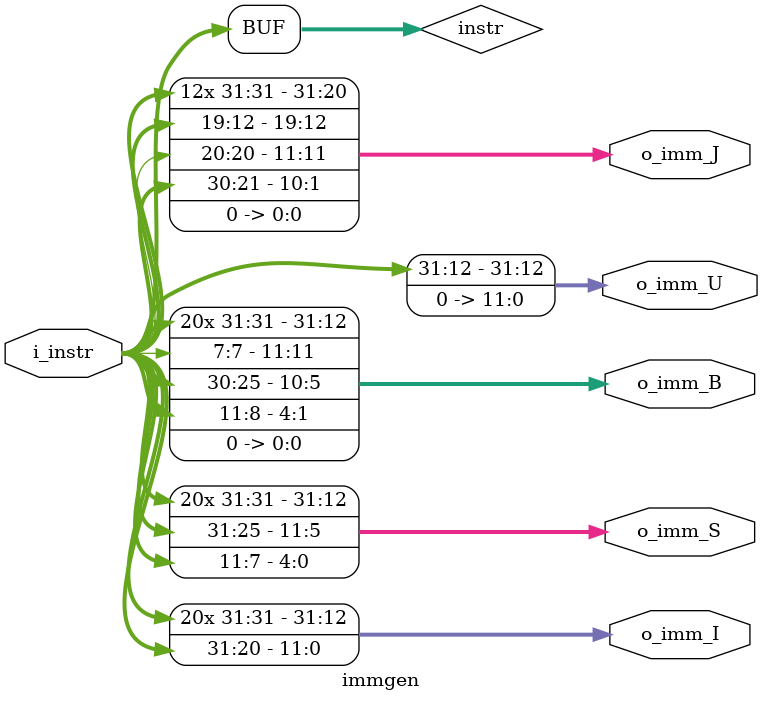
<source format=sv>

module immgen (
  input  logic [31:0] i_instr,
  output logic [31:0] o_imm_I,   // I-type  (e.g., ADDI, JALR, LOADs)
  output logic [31:0] o_imm_S,   // S-type  (STOREs)
  output logic [31:0] o_imm_B,   // B-type  (branches BEQ/BNE/BLT/BGE/BLTU/BGEU)
  output logic [31:0] o_imm_U,   // U-type  (LUI/AUIPC)
  output logic [31:0] o_imm_J    // J-type  (JAL)
);

  logic [31:0] instr;
  assign instr = i_instr;

  // I-type: sign-extend bits [31:20]
  assign o_imm_I = {{20{instr[31]}}, instr[31:20]};

  // S-type: sign-extend { [31:25], [11:7] }
  assign o_imm_S = {{20{instr[31]}}, instr[31:25], instr[11:7]};

  // B-type: { [31], [7], [30:25], [11:8], 0 } with sign-extend (bit[0]=0)
  assign o_imm_B = {{19{instr[31]}}, instr[31], instr[7], instr[30:25], instr[11:8], 1'b0};

  // U-type: upper 20 bits, lower 12 bits are zero
  assign o_imm_U = {instr[31:12], 12'b0};

  // J-type: { [31], [19:12], [20], [30:21], 0 } with sign-extend (bit[0]=0)
  assign o_imm_J = {{11{instr[31]}}, instr[31], instr[19:12], instr[20], instr[30:21], 1'b0};

endmodule

</source>
